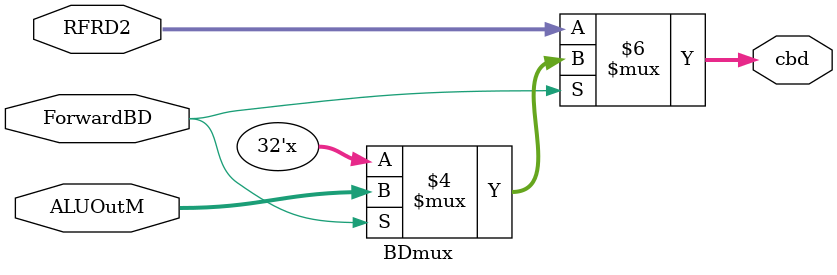
<source format=v>
`timescale 1ns / 1ps


module BDmux(input ForwardBD, input [31:0] ALUOutM, RFRD2, output reg [31:0] cbd);
always@(*) begin
if(ForwardBD == 1'b1)
cbd <= ALUOutM;
if(ForwardBD == 1'b0)
cbd <= RFRD2;
end
endmodule

</source>
